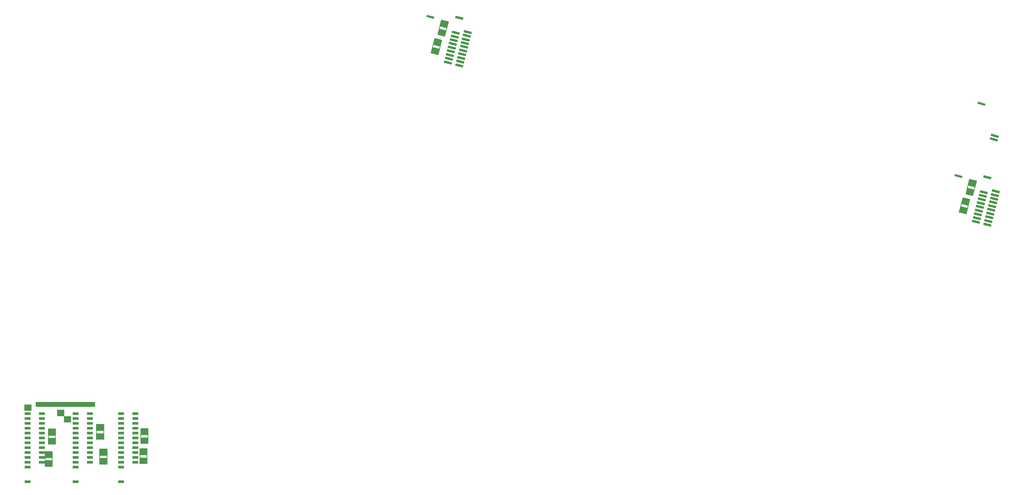
<source format=gbr>
*
G4_C Author: OrCAD GerbTool(tm) 8.1.1 Wed Jun 18 23:47:49 2003*
%LPD*%
%FSLAX34Y34*%
%MOIN*%
%AD*%
%AMD26R98*
20,1,0.027000,0.000000,-0.036000,0.000000,0.036000,98.600000*
%
%AMD26R98N2*
20,1,0.027000,0.000000,-0.036000,0.000000,0.036000,98.600000*
%
%AMD26R86*
20,1,0.027000,0.000000,-0.036000,0.000000,0.036000,86.080000*
%
%AMD17R5*
20,1,0.027000,-0.036000,0.000000,0.036000,0.000000,5.450000*
%
%AMD17R5N2*
20,1,0.027000,-0.036000,0.000000,0.036000,0.000000,5.450000*
%
%AMD29R3*
20,1,0.027000,0.035920,-0.002460,-0.035920,0.002460,3.950000*
%
%AMD29R3N2*
20,1,0.027000,0.035920,-0.002460,-0.035920,0.002460,3.910000*
%
%AMD29R3N3*
20,1,0.027000,0.035920,-0.002460,-0.035920,0.002460,3.920000*
%
%AMD30R80*
20,1,0.024000,0.000000,-0.041000,0.000000,0.041000,80.000000*
%
%AMD26R80*
20,1,0.027000,0.000000,-0.036000,0.000000,0.036000,80.000000*
%
%AMD29R80*
20,1,0.022000,0.000000,-0.040000,0.000000,0.040000,80.000000*
%
%AMD35R280*
20,1,0.024000,0.040380,-0.007120,-0.040380,0.007120,280.000000*
%
%AMD36R280*
20,1,0.027000,0.035450,-0.006250,-0.035450,0.006250,280.000000*
%
%AMD37R280*
20,1,0.022000,0.039390,-0.006950,-0.039390,0.006950,280.000000*
%
%AMD38R78*
20,1,0.024000,0.000000,-0.041000,0.000000,0.041000,78.000000*
%
%AMD39R78*
20,1,0.027000,0.000000,-0.036000,0.000000,0.036000,78.000000*
%
%AMD40R78*
20,1,0.022000,0.000000,-0.040000,0.000000,0.040000,78.000000*
%
%AMD30R75*
20,1,0.024000,0.000000,-0.041000,0.000000,0.041000,75.000000*
%
%AMD26R75*
20,1,0.027000,0.000000,-0.036000,0.000000,0.036000,75.000000*
%
%AMD29R75*
20,1,0.022000,0.000000,-0.040000,0.000000,0.040000,75.000000*
%
%AMD29R73*
20,1,0.022000,0.000000,-0.040000,0.000000,0.040000,73.000000*
%
%AMD30R75N2*
20,1,0.024000,0.000000,-0.041000,0.000000,0.041000,75.500000*
%
%AMD26R75N2*
20,1,0.027000,0.000000,-0.036000,0.000000,0.036000,75.500000*
%
%AMD29R75N2*
20,1,0.022000,0.000000,-0.040000,0.000000,0.040000,75.500000*
%
%AMD30R75N3*
20,1,0.024000,0.000000,-0.041000,0.000000,0.041000,75.500000*
%
%AMD26R75N3*
20,1,0.027000,0.000000,-0.036000,0.000000,0.036000,75.500000*
%
%AMD29R75N3*
20,1,0.022000,0.000000,-0.040000,0.000000,0.040000,75.500000*
%
%AMD29R75N4*
20,1,0.022000,0.000000,-0.040000,0.000000,0.040000,75.500000*
%
%AMD30R75N4*
20,1,0.024000,0.000000,-0.041000,0.000000,0.041000,75.500000*
%
%AMD54R359*
20,1,0.022000,0.038730,-0.010020,-0.038730,0.010020,359.000000*
%
%AMD55R359*
20,1,0.024000,0.039690,-0.010270,-0.039690,0.010270,359.000000*
%
%AMD56R359*
20,1,0.022000,0.038550,-0.010690,-0.038550,0.010690,359.000000*
%
%AMD57R359*
20,1,0.024000,0.039500,-0.010960,-0.039500,0.010960,359.000000*
%
%AMD58R359*
20,1,0.022000,0.038360,-0.011360,-0.038360,0.011360,359.500000*
%
%AMD59R359*
20,1,0.024000,0.039300,-0.011650,-0.039300,0.011650,359.500000*
%
%ADD10R,0.050000X0.050000*%
%ADD11C,0.006000*%
%ADD12C,0.019000*%
%ADD13C,0.007900*%
%ADD14C,0.005000*%
%ADD15C,0.000800*%
%ADD16R,0.070000X0.025000*%
%ADD17R,0.068000X0.023000*%
%ADD18C,0.006000*%
%ADD19C,0.009800*%
%ADD20C,0.010000*%
%ADD21C,0.030000*%
%ADD22C,0.060000*%
%ADD23C,0.035000*%
%ADD24C,0.055000*%
%ADD25C,0.065000*%
%ADD26R,0.027000X0.072000*%
%ADD27D26R98*%
%ADD28R,0.031000X0.060000*%
%ADD29R,0.022000X0.080000*%
%ADD30R,0.024000X0.082000*%
%ADD31D17R5N2*%
%ADD32D29R3*%
%ADD33R,0.072000X0.027000*%
%ADD34R,0.072000X0.027000*%
%ADD35D30R80*%
%ADD36D26R80*%
%ADD37D29R80*%
%ADD38R,0.024000X0.082000*%
%ADD39R,0.027000X0.072000*%
%ADD40R,0.022000X0.080000*%
%ADD41D38R78*%
%ADD42D39R78*%
%ADD43D40R78*%
%ADD44D30R75*%
%ADD45D26R75*%
%ADD46D29R75*%
%ADD47D29R73*%
%ADD48D30R75N2*%
%ADD49D26R75N2*%
%ADD50D29R75N2*%
%ADD51D30R75N3*%
%ADD52D26R75N3*%
%ADD53D29R75N3*%
%ADD54D29R75N4*%
%ADD55D30R75N4*%
%ADD56D54R359*%
%ADD57D55R359*%
%ADD58D56R359*%
%ADD59D57R359*%
%ADD60D58R359*%
%ADD61D59R359*%
%ADD256R,0.060000X0.031000*%
G4_C OrCAD GerbTool Tool List *
G54D10*
G1X1841Y9807D2*
G1X7441Y9807D1*
G54D33*
G1X4146Y8739D3*
G1X4146Y8939D3*
G1X4146Y9123D3*
G1X4861Y8089D3*
G1X4861Y8289D3*
G1X4861Y8473D3*
G1X780Y9277D3*
G1X780Y9477D3*
G1X780Y9661D3*
G54D256*
G1X11830Y8859D3*
G1X11830Y8360D3*
G1X11830Y7859D3*
G1X11830Y5360D3*
G1X11830Y5859D3*
G1X11831Y6359D3*
G1X11831Y6859D3*
G1X11830Y7359D3*
G1X11831Y3858D3*
G1X11830Y4360D3*
G1X11830Y4859D3*
G1X10361Y8861D3*
G1X10361Y8362D3*
G1X10360Y7860D3*
G1X10360Y7361D3*
G1X10360Y6862D3*
G1X10360Y6361D3*
G1X10361Y5861D3*
G1X10361Y5362D3*
G1X10359Y4861D3*
G1X10360Y4362D3*
G1X10360Y3861D3*
G1X10360Y1861D3*
G1X10361Y3361D3*
G54D33*
G1X12666Y3823D3*
G1X12665Y4021D3*
G1X12666Y4205D3*
G1X12667Y4724D3*
G1X12668Y4923D3*
G1X12667Y5106D3*
G1X13031Y5263D2*
G54D18*
G1X13031Y3718D1*
G1X13031Y5264D2*
G1X12294Y5264D1*
G1X12294Y5265D2*
G1X12294Y3718D1*
G54D33*
G1X12743Y5887D3*
G1X12742Y6085D3*
G1X12743Y6269D3*
G1X12744Y6788D3*
G1X12745Y6987D3*
G1X12744Y7170D3*
G1X13107Y7326D2*
G54D18*
G1X13107Y5781D1*
G1X13107Y7327D2*
G1X12370Y7327D1*
G1X12370Y7328D2*
G1X12370Y5781D1*
G54D256*
G1X7141Y5361D3*
G1X7141Y5860D3*
G1X7142Y6360D3*
G1X7142Y6860D3*
G1X7141Y7360D3*
G1X7142Y3859D3*
G1X7141Y4361D3*
G1X7141Y4860D3*
G1X5672Y8861D3*
G1X5672Y8362D3*
G1X5671Y7860D3*
G1X5671Y7361D3*
G1X5671Y6862D3*
G1X5671Y6361D3*
G1X5672Y5861D3*
G1X5672Y5362D3*
G1X5670Y4861D3*
G1X5671Y4362D3*
G1X5671Y3861D3*
G1X5671Y1861D3*
G1X5672Y3361D3*
G1X7141Y7859D3*
G1X7141Y8859D3*
G1X7141Y8360D3*
G54D33*
G1X8535Y3769D3*
G1X8534Y3967D3*
G1X8535Y4151D3*
G1X8536Y4670D3*
G1X8537Y4869D3*
G1X8536Y5052D3*
G1X8899Y5208D2*
G54D18*
G1X8899Y3663D1*
G1X8899Y5209D2*
G1X8163Y5209D1*
G1X8163Y5210D2*
G1X8163Y3663D1*
G54D33*
G1X8204Y6311D3*
G1X8203Y6509D3*
G1X8204Y6693D3*
G1X8205Y7212D3*
G1X8206Y7411D3*
G1X8205Y7594D3*
G1X8569Y7750D2*
G54D18*
G1X8569Y6205D1*
G1X8569Y7751D2*
G1X7832Y7751D1*
G1X7832Y7752D2*
G1X7832Y6205D1*
G54D256*
G1X2212Y8858D3*
G1X2212Y8359D3*
G1X2212Y7858D3*
G1X2212Y5359D3*
G1X2212Y5858D3*
G1X2213Y6358D3*
G1X2213Y6858D3*
G1X2212Y7358D3*
G1X2213Y3857D3*
G1X2212Y4359D3*
G1X2212Y4858D3*
G1X742Y8860D3*
G1X742Y8361D3*
G1X741Y7859D3*
G1X741Y7360D3*
G1X741Y6861D3*
G1X741Y6360D3*
G1X742Y5860D3*
G1X742Y5361D3*
G1X740Y4860D3*
G1X741Y4361D3*
G1X741Y3860D3*
G1X741Y1859D3*
G1X742Y3360D3*
G54D33*
G1X2922Y3534D3*
G1X2921Y3732D3*
G1X2922Y3916D3*
G1X2923Y4435D3*
G1X2924Y4634D3*
G1X2923Y4817D3*
G1X3287Y4973D2*
G54D18*
G1X3287Y3428D1*
G1X3287Y4974D2*
G1X2550Y4974D1*
G1X2550Y4975D2*
G1X2550Y3428D1*
G54D33*
G1X3241Y5838D3*
G1X3240Y6036D3*
G1X3241Y6220D3*
G1X3242Y6739D3*
G1X3243Y6938D3*
G1X3242Y7121D3*
G1X3606Y7277D2*
G54D18*
G1X3606Y5732D1*
G1X3606Y7278D2*
G1X2869Y7278D1*
G1X2869Y7279D2*
G1X2869Y5732D1*
G54D60*
G1X98712Y40731D3*
G54D61*
G1X99970Y37053D3*
G1X100082Y37431D3*
G54D51*
G1X99310Y28291D3*
G1X99409Y28673D3*
G1X99507Y29054D3*
G1X99605Y29434D3*
G1X99704Y29816D3*
G1X99802Y30196D3*
G1X99901Y30578D3*
G1X100000Y30959D3*
G1X100098Y31340D3*
G1X100197Y31721D3*
G1X98147Y28592D3*
G1X98246Y28973D3*
G1X98344Y29353D3*
G1X98443Y29735D3*
G1X98541Y30116D3*
G1X98640Y30497D3*
G1X98738Y30878D3*
G1X98837Y31260D3*
G1X98936Y31641D3*
G1X99330Y33164D3*
G54D52*
G1X96814Y29585D3*
G1X96863Y29777D3*
G1X96910Y29955D3*
G1X97041Y30457D3*
G1X97092Y30649D3*
G1X97136Y30827D3*
G1X97528Y30887D2*
G54D18*
G1X97141Y29391D1*
G1X97528Y30888D2*
G1X96815Y31072D1*
G1X96815Y31073D2*
G1X96428Y29575D1*
G54D52*
G1X97497Y31473D3*
G1X97545Y31665D3*
G1X97592Y31843D3*
G1X97723Y32345D3*
G1X97774Y32538D3*
G1X97819Y32715D3*
G1X98210Y32775D2*
G54D18*
G1X97824Y31279D1*
G1X98211Y32776D2*
G1X97497Y32960D1*
G1X97497Y32961D2*
G1X97110Y31464D1*
G54D53*
G1X96364Y33290D3*
G54D48*
G1X45074Y44671D3*
G1X45173Y45053D3*
G1X45271Y45434D3*
G1X45370Y45814D3*
G1X45468Y46196D3*
G1X45567Y46576D3*
G1X45665Y46958D3*
G1X45764Y47339D3*
G1X45863Y47721D3*
G1X45961Y48101D3*
G1X43911Y44972D3*
G1X44010Y45353D3*
G1X44108Y45734D3*
G1X44207Y46115D3*
G1X44305Y46497D3*
G1X44404Y46877D3*
G1X44502Y47258D3*
G1X44601Y47640D3*
G1X44700Y48021D3*
G1X45094Y49544D3*
G54D49*
G1X42578Y45965D3*
G1X42627Y46157D3*
G1X42674Y46335D3*
G1X42805Y46837D3*
G1X42856Y47030D3*
G1X42901Y47207D3*
G1X43292Y47267D2*
G54D18*
G1X42905Y45771D1*
G1X43292Y47268D2*
G1X42579Y47452D1*
G1X42579Y47453D2*
G1X42192Y45956D1*
G54D49*
G1X43261Y47853D3*
G1X43309Y48045D3*
G1X43357Y48223D3*
G1X43487Y48725D3*
G1X43538Y48918D3*
G1X43583Y49095D3*
G1X43975Y49155D2*
G54D18*
G1X43588Y47659D1*
G1X43975Y49156D2*
G1X43261Y49341D1*
G1X43262Y49342D2*
G1X42874Y47844D1*
G54D50*
G1X42128Y49670D3*
M2*

</source>
